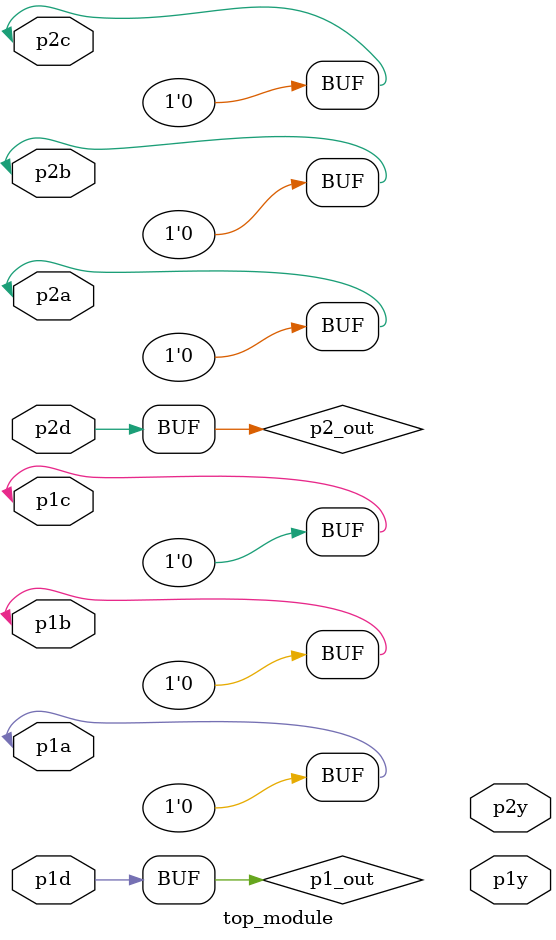
<source format=sv>
module top_module(
    input p1a,
    input p1b,
    input p1c,
    input p1d,
    output p1y,
    input p2a,
    input p2b,
    input p2c,
    input p2d,
    output p2y
);

wire p1_out;
wire p2_out;

and #(4) u1 (.a({p1a, p1b, p1c, p1d}), .z(p1_out));
and #(4) u2 (.a({p2a, p2b, p2c, p2d}), .z(p2_out));

not u3 (.a(p1_out), .z(p1y));
not u4 (.a(p2_out), .z(p2y));

endmodule

</source>
